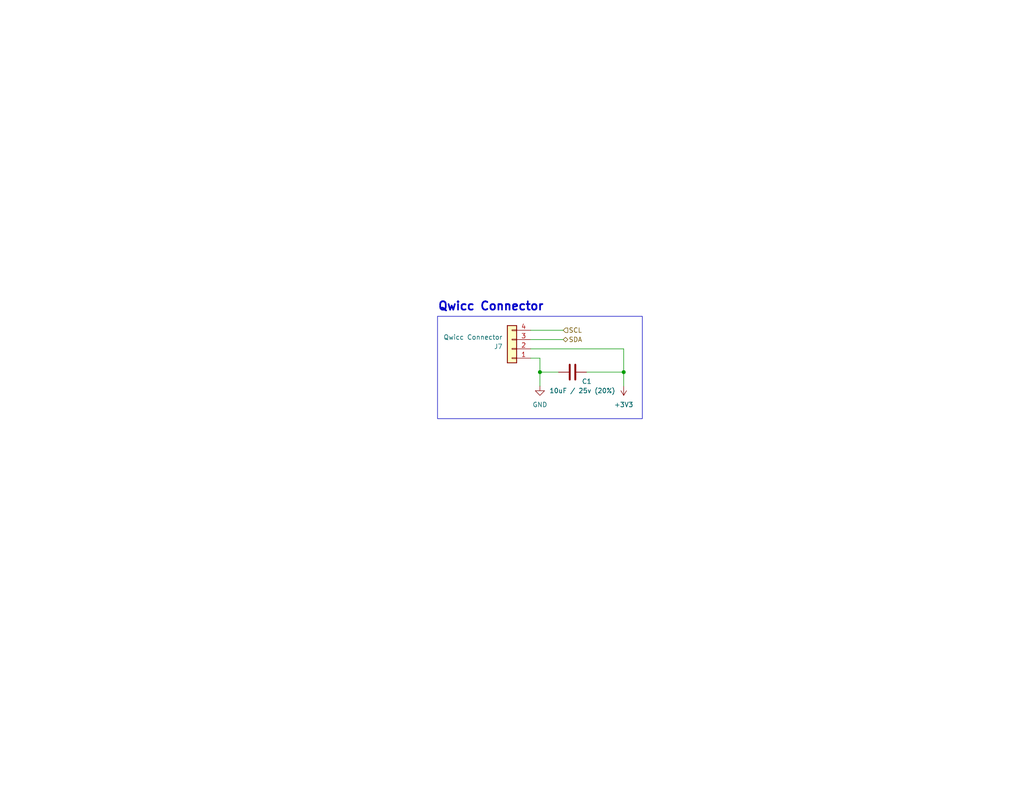
<source format=kicad_sch>
(kicad_sch (version 20230121) (generator eeschema)
  (paper "USLetter")
  (title_block (title "Kwartzlab Environmental Sensor") (date "2023-03-24") (rev "1") (company "Created By: Erin Reed (FireLabs - www.firelabs.ca)"))
  (lib_symbols
    (symbol "Connector_Generic:Conn_01x04" (pin_names (offset 1.016) hide)
      (property "Reference" "J" (at 0 5.08 0))
      (property "Value" "Conn_01x04" (at 0 -7.62 0))
      (symbol "Conn_01x04_1_1"
        (rectangle (start -1.27 -4.953) (end 0 -5.207) (stroke (width 0.1524)))
        (rectangle (start -1.27 -2.413) (end 0 -2.667) (stroke (width 0.1524)))
        (rectangle (start -1.27 0.127) (end 0 -0.127) (stroke (width 0.1524)))
        (rectangle (start -1.27 2.667) (end 0 2.413) (stroke (width 0.1524)))
        (rectangle (start -1.27 3.81) (end 1.27 -6.35) (stroke (width 0.254)) (fill (type background)))
        (pin passive line (at -5.08 2.54 0) (length 3.81) (name "Pin_1") (number "1"))
        (pin passive line (at -5.08 0 0) (length 3.81) (name "Pin_2") (number "2"))
        (pin passive line (at -5.08 -2.54 0) (length 3.81) (name "Pin_3") (number "3"))
        (pin passive line (at -5.08 -5.08 0) (length 3.81) (name "Pin_4") (number "4"))
      )
    )
    (symbol "Device:C" (pin_numbers hide) (pin_names (offset 0.254))
      (property "Reference" "C" (at 0.635 2.54 0))
      (property "Value" "C" (at 0.635 -2.54 0))
      (symbol "C_0_1"
        (polyline (pts (xy -2.032 -0.762) (xy 2.032 -0.762)) (stroke (width 0.508)))
        (polyline (pts (xy -2.032 0.762) (xy 2.032 0.762)) (stroke (width 0.508)))
      )
      (symbol "C_1_1"
        (pin passive line (at 0 3.81 270) (length 2.794) (name "~") (number "1"))
        (pin passive line (at 0 -3.81 90) (length 2.794) (name "~") (number "2"))
      )
    )
    (symbol "power:+3V3" (power) (pin_names (offset 0))
      (property "Value" "+3V3" (at 0 3.556 0))
      (symbol "+3V3_0_1"
        (polyline (pts (xy -0.762 1.27) (xy 0 2.54)))
        (polyline (pts (xy 0 0) (xy 0 2.54)))
        (polyline (pts (xy 0 2.54) (xy 0.762 1.27)))
      )
      (symbol "+3V3_1_1"
        (pin power_in line (at 0 0 90) (length 0) hide (name "+3V3") (number "1"))
      )
    )
    (symbol "power:GND" (power) (pin_names (offset 0))
      (property "Value" "GND" (at 0 -3.81 0))
      (symbol "GND_0_1"
        (polyline (pts (xy 0 0) (xy 0 -1.27) (xy 1.27 -1.27) (xy 0 -2.54) (xy -1.27 -1.27) (xy 0 -1.27)))
      )
      (symbol "GND_1_1"
        (pin power_in line (at 0 0 270) (length 0) hide (name "GND") (number "1"))
      )
    )
  )
  (junction (at 170.18 101.6))
  (junction (at 147.32 101.6))
  (wire (pts (xy 144.78 90.17) (xy 153.67 90.17)))
  (wire (pts (xy 147.32 101.6) (xy 152.4 101.6)))
  (wire (pts (xy 170.18 105.41) (xy 170.18 101.6)))
  (wire (pts (xy 147.32 101.6) (xy 147.32 105.41)))
  (wire (pts (xy 160.02 101.6) (xy 170.18 101.6)))
  (wire (pts (xy 170.18 95.25) (xy 144.78 95.25)))
  (wire (pts (xy 144.78 97.79) (xy 147.32 97.79)))
  (wire (pts (xy 144.78 92.71) (xy 153.67 92.71)))
  (wire (pts (xy 170.18 101.6) (xy 170.18 95.25)))
  (wire (pts (xy 147.32 97.79) (xy 147.32 101.6)))
  (rectangle (start 119.38 86.36) (end 175.26 114.3))
  (text "Qwicc Connector" (at 119.38 85.09 0) (effects (font (size 2.27 2.27) (thickness 0.454) bold) (justify left bottom)))
  (hierarchical_label "SCL" (shape input) (at 153.67 90.17 0))
  (hierarchical_label "SDA" (shape bidirectional) (at 153.67 92.71 0))
  (symbol (lib_id "power:GND") (at 147.32 105.41 0) (unit 1)
    (property "Reference" "#PWR057" (effects hide))
    (property "Value" "GND" (at 147.32 110.49 0))
  )
  (symbol (lib_id "power:+3V3") (at 170.18 105.41 180) (unit 1)
    (property "Reference" "#PWR058" (effects hide))
    (property "Value" "+3V3" (at 170.18 110.49 0))
  )
  (symbol (lib_id "Connector_Generic:Conn_01x04") (at 139.7 95.25 180) (unit 1)
    (property "Reference" "J7" (at 137.16 94.615 0) (effects (justify left)))
    (property "Value" "Qwicc Connector" (at 137.16 92.075 0) (effects (justify left)))
    (property "Footprint" "Connector_JST:JST_SH_BM04B-SRSS-TB_1x04-1MP_P1.00mm_Vertical" (effects hide))
  )
  (symbol (lib_id "Device:C") (at 156.21 101.6 90) (unit 1)
    (property "Reference" "C1" (at 158.75 104.14 90) (effects (justify right)))
    (property "Value" "10uF / 25v (20%)" (at 149.86 106.68 90) (effects (justify right)))
    (property "Footprint" "Capacitor_SMD:C_0603_1608Metric" (effects hide))
    (instances (project "KwartzLab-SensorBoard-Rev1" (path "" (reference "C1") (unit 1)) (path "" (reference "C15") (unit 1))) (project "ic_esp32_wroom_32" (path "" (reference "C1") (unit 1))) (project "ic_esp32_c3_mini" (path "" (reference "C?") (unit 1))))
  )
)
</source>
